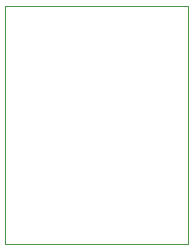
<source format=gko>
G04 EasyEDA Pro v1.9.28, 2023-01-14 19:19:00*
G04 Gerber Generator version 0.3*%TF.GenerationSoftware,KiCad,Pcbnew,8.0.3*%
%TF.CreationDate,2024-11-10T00:39:19+08:00*%
%TF.ProjectId,NekoPurrTech_TiltingCtrl,4e656b6f-5075-4727-9254-6563685f5469,rev?*%
%TF.SameCoordinates,Original*%
%TF.FileFunction,Profile,NP*%
%FSLAX46Y46*%
G04 Gerber Fmt 4.6, Leading zero omitted, Abs format (unit mm)*
G04 Created by KiCad (PCBNEW 8.0.3) date 2024-11-10 00:39:19*
%MOMM*%
%LPD*%
G01*
G04 APERTURE LIST*
%TA.AperFunction,Profile*%
%ADD10C,0.050000*%
%TD*%
G04 APERTURE END LIST*
D10*
X84990000Y-54880000D02*
X100470000Y-54880000D01*
X100470000Y-75010000D01*
X84990000Y-75010000D01*
X84990000Y-54880000D01*
M02*

</source>
